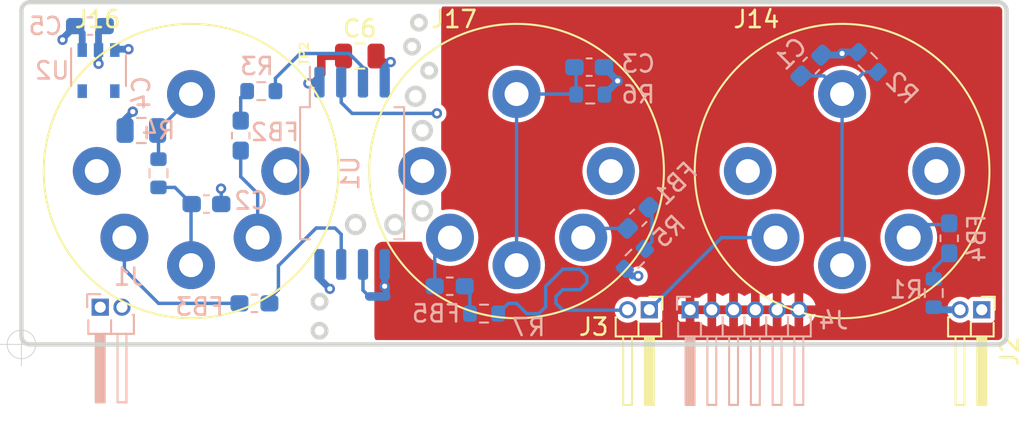
<source format=kicad_pcb>
(kicad_pcb (version 20211014) (generator pcbnew)
  (title_block (title "Ultra-Midi") (rev "A-A"))
  (layers (0 "F.Cu" signal) (1 "In1.Cu" signal) (2 "In2.Cu" signal) (31 "B.Cu" signal) (34 "B.Paste" user) (35 "F.Paste" user) (36 "B.SilkS" user "B.Silkscreen") (37 "F.SilkS" user "F.Silkscreen") (38 "B.Mask" user) (39 "F.Mask" user) (44 "Edge.Cuts" user))
  (net 0 "")
  (net 1 "Net-(C1-Pad1)")
  (net 2 "GND")
  (net 3 "Net-(C2-Pad1)")
  (net 4 "Earth")
  (net 7 "+5V")
  (net 8 "Net-(C3-Pad1)")
  (net 11 "Net-(C4-Pad1)")
  (net 12 "Net-(FB1-Pad1)")
  (net 15 "/CSINKo")
  (net 16 "Net-(FB2-Pad1)")
  (net 17 "Net-(FB2-Pad2)")
  (net 18 "Net-(FB3-Pad2)")
  (net 19 "/CSINKi")
  (net 20 "Net-(FB4-Pad1)")
  (net 21 "/CSRCo")
  (net 22 "Net-(FB4-Pad2)")
  (net 23 "Net-(FB5-Pad2)")
  (net 24 "/MID_RX")
  (net 25 "/CSRCi")
  (net 26 "/MID_TX")
  (net 27 "+5VD")
  (net 28 "Net-(TP1-Pad2)")
  (net 29 "+12V")
  (net 32 "/+5VD_")
  (footprint "Connector_PinHeader_1.27mm:PinHeader_1x02_P1.27mm_Horizontal" (layer "F.Cu") (at 172.05 95.975 -90)
    (fp_text reference "J2" (at 2.4325 -1.635 -90) (layer "F.SilkS"))
    (fp_text value "Conn_01x02")
    (fp_line (start 5.56 -0.26) (end 5.56 0.26) (layer "F.SilkS") (width 0.12))
    (fp_line (start 0.44 1.965) (end 0.44 1.889677) (layer "F.SilkS") (width 0.12))
    (fp_line (start 5.56 0.26) (end 1.56 0.26) (layer "F.SilkS") (width 0.12))
    (fp_line (start 1.56 0.04) (end 5.56 0.04) (layer "F.SilkS") (width 0.12))
    (fp_line (start 1.56 1.965) (end 0.44 1.965) (layer "F.SilkS") (width 0.12))
    (fp_line (start 1.56 -0.26) (end 5.56 -0.26) (layer "F.SilkS") (width 0.12))
    (fp_line (start 5.56 1.53) (end 1.56 1.53) (layer "F.SilkS") (width 0.12))
    (fp_line (start 1.56 -0.695) (end 1.56 1.965) (layer "F.SilkS") (width 0.12))
    (fp_line (start 0.76 0.635) (end 1.56 0.635) (layer "F.SilkS") (width 0.12))
    (fp_line (start 1.56 1.01) (end 5.56 1.01) (layer "F.SilkS") (width 0.12))
    (fp_line (start -0.76 0) (end -0.76 -0.76) (layer "F.SilkS") (width 0.12))
    (fp_line (start 1.56 -0.08) (end 5.56 -0.08) (layer "F.SilkS") (width 0.12))
    (fp_line (start -0.76 -0.76) (end 0 -0.76) (layer "F.SilkS") (width 0.12))
    (fp_line (start 1.56 0.16) (end 5.56 0.16) (layer "F.SilkS") (width 0.12))
    (fp_line (start 0.76 -0.695) (end 1.56 -0.695) (layer "F.SilkS") (width 0.12))
    (fp_line (start 5.56 1.01) (end 5.56 1.53) (layer "F.SilkS") (width 0.12))
    (fp_line (start 1.56 -0.2) (end 5.56 -0.2) (layer "F.SilkS") (width 0.12))
    (pad "1" thru_hole rect (at 0 0 270) (size 1 1) (drill 0.65) (layers *.Cu *.Mask) (net 7 "+5V"))
    (pad "2" thru_hole oval (at 0 1.27 270) (size 1 1) (drill 0.65) (layers *.Cu *.Mask) (net 7 "+5V"))
  )
  (footprint "LRJ:Jack_DIN_CUI_SD-50BV_Vertical" (layer "F.Cu") (at 163.9 87.87)
    (fp_text reference "J14" (at -5 -8.87) (layer "F.SilkS"))
    (fp_text value "CUI_SD-50BV" hide)
    (fp_circle (center 0 0) (end 8.6 0) (layer "F.SilkS") (width 0.12) (fill none))
    (pad "1" thru_hole circle (at 5.5 0) (size 2.8 2.8) (drill 1.4) (layers *.Cu *.Mask))
    (pad "2" thru_hole circle (at 0 5.5) (size 2.8 2.8) (drill 1.4) (layers *.Cu *.Mask) (net 1 "Net-(C1-Pad1)"))
    (pad "3" thru_hole circle (at -5.5 0) (size 2.8 2.8) (drill 1.4) (layers *.Cu *.Mask))
    (pad "4" thru_hole circle (at 3.889087 3.889087) (size 2.8 2.8) (drill 1.4) (layers *.Cu *.Mask) (net 20 "Net-(FB4-Pad1)"))
    (pad "5" thru_hole circle (at -3.889087 3.889087) (size 2.8 2.8) (drill 1.4) (layers *.Cu *.Mask) (net 24 "/MID_RX"))
    (pad "G" thru_hole circle (at 0 -4.5) (size 2.8 2.8) (drill 1.4) (layers *.Cu *.Mask) (net 1 "Net-(C1-Pad1)"))
  )
  (footprint "Capacitor_SMD:C_0805_2012Metric" (layer "F.Cu") (at 135.75 81.15)
    (fp_text reference "C6" (at 0 -1.6) (layer "F.SilkS"))
    (fp_text value "C_CL21B103KBANNNC" hide)
    (fp_line (start -0.261252 -0.735) (end 0.261252 -0.735) (layer "F.SilkS") (width 0.12))
    (fp_line (start -0.261252 0.735) (end 0.261252 0.735) (layer "F.SilkS") (width 0.12))
    (pad "1" smd roundrect (at -0.95 0) (size 1 1.45) (layers "F.Cu" "F.Paste" "F.Mask") (net 27 "+5VD"))
    (pad "2" smd roundrect (at 0.95 0) (size 1 1.45) (layers "F.Cu" "F.Paste" "F.Mask") (net 4 "Earth"))
  )
  (footprint "LRJ:Jack_DIN_CUI_SD-50BV_Vertical" (layer "F.Cu") (at 125.9 87.87)
    (fp_text reference "J16" (at -5.45 -8.87) (layer "F.SilkS"))
    (fp_text value "CUI_SD-50BV" hide)
    (fp_circle (center 0 0) (end 8.6 0) (layer "F.SilkS") (width 0.12) (fill none))
    (pad "1" thru_hole circle (at 5.5 0) (size 2.8 2.8) (drill 1.4) (layers *.Cu *.Mask))
    (pad "2" thru_hole circle (at 0 5.5) (size 2.8 2.8) (drill 1.4) (layers *.Cu *.Mask) (net 3 "Net-(C2-Pad1)"))
    (pad "3" thru_hole circle (at -5.5 0) (size 2.8 2.8) (drill 1.4) (layers *.Cu *.Mask))
    (pad "4" thru_hole circle (at 3.889087 3.889087) (size 2.8 2.8) (drill 1.4) (layers *.Cu *.Mask) (net 16 "Net-(FB2-Pad1)"))
    (pad "5" thru_hole circle (at -3.889087 3.889087) (size 2.8 2.8) (drill 1.4) (layers *.Cu *.Mask) (net 18 "Net-(FB3-Pad2)"))
    (pad "G" thru_hole circle (at 0 -4.5) (size 2.8 2.8) (drill 1.4) (layers *.Cu *.Mask) (net 11 "Net-(C4-Pad1)"))
  )
  (footprint "NetTie:NetTie-2_SMD_Pad0.5mm" (layer "F.Cu") (at 133.501903 81.68033 90)
    (fp_text reference "TP2" (at 0.68033 -1 90) (layer "F.SilkS") (effects (font (size 0.5 0.5) (thickness 0.1))))
    (fp_text value "TestPoint_2Pole" hide)
    (fp_poly (pts (xy -0.5 -0.25) (xy 0.5 -0.25) (xy 0.5 0.25) (xy -0.5 0.25)) (layer "F.Cu") (width 0) (fill solid))
    (pad "1" smd circle (at -0.5 0 90) (size 0.5 0.5) (layers "F.Cu") (net 32 "/+5VD_"))
    (pad "2" smd circle (at 0.5 0 90) (size 0.5 0.5) (layers "F.Cu") (net 27 "+5VD"))
  )
  (footprint "Connector_PinHeader_1.27mm:PinHeader_1x02_P1.27mm_Horizontal" (layer "F.Cu") (at 152.65 95.975 -90)
    (fp_text reference "J3" (at 1 3.25) (layer "F.SilkS"))
    (fp_text value "Conn_01x02" hide)
    (fp_line (start 1.56 1.965) (end 0.44 1.965) (layer "F.SilkS") (width 0.12))
    (fp_line (start 5.56 0.26) (end 1.56 0.26) (layer "F.SilkS") (width 0.12))
    (fp_line (start -0.76 -0.76) (end 0 -0.76) (layer "F.SilkS") (width 0.12))
    (fp_line (start 0.76 -0.695) (end 1.56 -0.695) (layer "F.SilkS") (width 0.12))
    (fp_line (start 5.56 1.53) (end 1.56 1.53) (layer "F.SilkS") (width 0.12))
    (fp_line (start 1.56 -0.2) (end 5.56 -0.2) (layer "F.SilkS") (width 0.12))
    (fp_line (start 0.76 0.635) (end 1.56 0.635) (layer "F.SilkS") (width 0.12))
    (fp_line (start -0.76 0) (end -0.76 -0.76) (layer "F.SilkS") (width 0.12))
    (fp_line (start 1.56 -0.08) (end 5.56 -0.08) (layer "F.SilkS") (width 0.12))
    (fp_line (start 5.56 -0.26) (end 5.56 0.26) (layer "F.SilkS") (width 0.12))
    (fp_line (start 1.56 -0.695) (end 1.56 1.965) (layer "F.SilkS") (width 0.12))
    (fp_line (start 1.56 -0.26) (end 5.56 -0.26) (layer "F.SilkS") (width 0.12))
    (fp_line (start 1.56 0.16) (end 5.56 0.16) (layer "F.SilkS") (width 0.12))
    (fp_line (start 5.56 1.01) (end 5.56 1.53) (layer "F.SilkS") (width 0.12))
    (fp_line (start 0.44 1.965) (end 0.44 1.889677) (layer "F.SilkS") (width 0.12))
    (fp_line (start 1.56 1.01) (end 5.56 1.01) (layer "F.SilkS") (width 0.12))
    (fp_line (start 1.56 0.04) (end 5.56 0.04) (layer "F.SilkS") (width 0.12))
    (pad "1" thru_hole rect (at 0 0 270) (size 1 1) (drill 0.65) (layers *.Cu *.Mask) (net 24 "/MID_RX"))
    (pad "2" thru_hole oval (at 0 1.27 270) (size 1 1) (drill 0.65) (layers *.Cu *.Mask) (net 26 "/MID_TX"))
  )
  (footprint "LRJ:Jack_DIN_CUI_SD-50BV_Vertical" (layer "F.Cu") (at 144.9 87.87)
    (fp_text reference "J17" (at -3.65 -8.87) (layer "F.SilkS"))
    (fp_text value "CUI_SD-50BV" hide)
    (fp_circle (center 0 0) (end 8.6 0) (layer "F.SilkS") (width 0.12) (fill none))
    (pad "1" thru_hole circle (at 5.5 0) (size 2.8 2.8) (drill 1.4) (layers *.Cu *.Mask))
    (pad "2" thru_hole circle (at 0 5.5) (size 2.8 2.8) (drill 1.4) (layers *.Cu *.Mask) (net 8 "Net-(C3-Pad1)"))
    (pad "3" thru_hole circle (at -5.5 0) (size 2.8 2.8) (drill 1.4) (layers *.Cu *.Mask))
    (pad "4" thru_hole circle (at 3.889087 3.889087) (size 2.8 2.8) (drill 1.4) (layers *.Cu *.Mask) (net 12 "Net-(FB1-Pad1)"))
    (pad "5" thru_hole circle (at -3.889087 3.889087) (size 2.8 2.8) (drill 1.4) (layers *.Cu *.Mask) (net 23 "Net-(FB5-Pad2)"))
    (pad "G" thru_hole circle (at 0 -4.5) (size 2.8 2.8) (drill 1.4) (layers *.Cu *.Mask) (net 8 "Net-(C3-Pad1)"))
  )
  (footprint "Inductor_SMD:L_0603_1608Metric_Pad1.05x0.95mm_HandSolder" (layer "B.Cu") (at 129.6 95.6 180)
    (fp_text reference "FB3" (at 3.2 -0.2) (layer "B.SilkS") (effects (justify mirror)))
    (fp_text value "L_ferrite_BLM18KG102SZ1D" hide)
    (fp_line (start -0.171267 0.51) (end 0.171267 0.51) (layer "B.SilkS") (width 0.12))
    (fp_line (start -0.171267 -0.51) (end 0.171267 -0.51) (layer "B.SilkS") (width 0.12))
    (pad "1" smd roundrect (at -0.875 0 180) (size 1.05 0.95) (layers "B.Cu" "B.Paste" "B.Mask") (net 19 "/CSINKi"))
    (pad "2" smd roundrect (at 0.875 0 180) (size 1.05 0.95) (layers "B.Cu" "B.Paste" "B.Mask") (net 18 "Net-(FB3-Pad2)"))
  )
  (footprint "Capacitor_SMD:C_0603_1608Metric_Pad1.08x0.95mm_HandSolder" (layer "B.Cu") (at 120 79.4)
    (fp_text reference "C5" (at -2.6 0) (layer "B.SilkS") (effects (justify mirror)))
    (fp_text value "C_CL10B104KB8NNNL" hide)
    (fp_line (start -0.146267 0.51) (end 0.146267 0.51) (layer "B.SilkS") (width 0.12))
    (fp_line (start -0.146267 -0.51) (end 0.146267 -0.51) (layer "B.SilkS") (width 0.12))
    (pad "1" smd roundrect (at -0.8625 0) (size 1.075 0.95) (layers "B.Cu" "B.Paste" "B.Mask") (net 29 "+12V"))
    (pad "2" smd roundrect (at 0.8625 0) (size 1.075 0.95) (layers "B.Cu" "B.Paste" "B.Mask") (net 4 "Earth"))
  )
  (footprint "Resistor_SMD:R_0603_1608Metric" (layer "B.Cu") (at 151.8 93 45)
    (fp_text reference "R5" (at 2.545584 0.282843 45) (layer "B.SilkS") (effects (justify mirror)))
    (fp_text value "R_CRGP0603F220R" hide)
    (fp_line (start -0.237258 0.5225) (end 0.237258 0.5225) (layer "B.SilkS") (width 0.12))
    (fp_line (start -0.237258 -0.5225) (end 0.237258 -0.5225) (layer "B.SilkS") (width 0.12))
    (pad "1" smd roundrect (at -0.825 0 45) (size 0.8 0.95) (layers "B.Cu" "B.Paste" "B.Mask") (net 7 "+5V"))
    (pad "2" smd roundrect (at 0.825 0 45) (size 0.8 0.95) (layers "B.Cu" "B.Paste" "B.Mask") (net 15 "/CSINKo"))
  )
  (footprint "Connector_PinHeader_1.27mm:PinHeader_1x06_P1.27mm_Horizontal" (layer "B.Cu") (at 155.025 95.975 -90)
    (fp_text reference "J4" (at 0.625 -8.375) (layer "B.SilkS") (effects (justify mirror)))
    (fp_text value "Conn_01x06" hide)
    (fp_line (start 5.56 -4.82) (end 5.56 -5.34) (layer "B.SilkS") (width 0.12))
    (fp_line (start 5.56 -2.8) (end 1.56 -2.8) (layer "B.SilkS") (width 0.12))
    (fp_line (start 5.56 0.26) (end 5.56 -0.26) (layer "B.SilkS") (width 0.12))
    (fp_line (start 1.56 -4.82) (end 5.56 -4.82) (layer "B.SilkS") (width 0.12))
    (fp_line (start 5.56 -0.26) (end 1.56 -0.26) (layer "B.SilkS") (width 0.12))
    (fp_line (start 0.44 -3.159677) (end 0.44 -3.190323) (layer "B.SilkS") (width 0.12))
    (fp_line (start 5.56 -5.34) (end 1.56 -5.34) (layer "B.SilkS") (width 0.12))
    (fp_line (start 0.44 -1.905) (end 1.56 -1.905) (layer "B.SilkS") (width 0.12))
    (fp_line (start 5.56 -2.28) (end 5.56 -2.8) (layer "B.SilkS") (width 0.12))
    (fp_line (start 0.44 -5.699677) (end 0.44 -5.730323) (layer "B.SilkS") (width 0.12))
    (fp_line (start 1.56 0.08) (end 5.56 0.08) (layer "B.SilkS") (width 0.12))
    (fp_line (start 0.44 -3.175) (end 1.56 -3.175) (layer "B.SilkS") (width 0.12))
    (fp_line (start 0.44 -4.445) (end 1.56 -4.445) (layer "B.SilkS") (width 0.12))
    (fp_line (start 5.56 -6.61) (end 1.56 -6.61) (layer "B.SilkS") (width 0.12))
    (fp_line (start 1.56 -2.28) (end 5.56 -2.28) (layer "B.SilkS") (width 0.12))
    (fp_line (start 5.56 -1.53) (end 1.56 -1.53) (layer "B.SilkS") (width 0.12))
    (fp_line (start -0.76 0) (end -0.76 0.76) (layer "B.SilkS") (width 0.12))
    (fp_line (start 0.44 -5.715) (end 1.56 -5.715) (layer "B.SilkS") (width 0.12))
    (fp_line (start 0.44 -4.429677) (end 0.44 -4.460323) (layer "B.SilkS") (width 0.12))
    (fp_line (start 1.56 -6.09) (end 5.56 -6.09) (layer "B.SilkS") (width 0.12))
    (fp_line (start 1.56 -7.045) (end 0.44 -7.045) (layer "B.SilkS") (width 0.12))
    (fp_line (start 1.56 -3.55) (end 5.56 -3.55) (layer "B.SilkS") (width 0.12))
    (fp_line (start 1.56 -0.04) (end 5.56 -0.04) (layer "B.SilkS") (width 0.12))
    (fp_line (start 0.44 -7.045) (end 0.44 -6.969677) (layer "B.SilkS") (width 0.12))
    (fp_line (start 0.44 -1.889677) (end 0.44 -1.920323) (layer "B.SilkS") (width 0.12))
    (fp_line (start 1.56 -1.01) (end 5.56 -1.01) (layer "B.SilkS") (width 0.12))
    (fp_line (start 5.56 -6.09) (end 5.56 -6.61) (layer "B.SilkS") (width 0.12))
    (fp_line (start 0.76 -0.635) (end 1.56 -0.635) (layer "B.SilkS") (width 0.12))
    (fp_line (start 5.56 -3.55) (end 5.56 -4.07) (layer "B.SilkS") (width 0.12))
    (fp_line (start 1.56 -0.16) (end 5.56 -0.16) (layer "B.SilkS") (width 0.12))
    (fp_line (start 1.56 0.2) (end 5.56 0.2) (layer "B.SilkS") (width 0.12))
    (fp_line (start 1.56 0.26) (end 5.56 0.26) (layer "B.SilkS") (width 0.12))
    (fp_line (start 0.76 0.695) (end 1.56 0.695) (layer "B.SilkS") (width 0.12))
    (fp_line (start -0.76 0.76) (end 0 0.76) (layer "B.SilkS") (width 0.12))
    (fp_line (start 5.56 -1.01) (end 5.56 -1.53) (layer "B.SilkS") (width 0.12))
    (fp_line (start 1.56 0.695) (end 1.56 -7.045) (layer "B.SilkS") (width 0.12))
    (fp_line (start 5.56 -4.07) (end 1.56 -4.07) (layer "B.SilkS") (width 0.12))
    (pad "1" thru_hole rect (at 0 0 270) (size 1 1) (drill 0.65) (layers *.Cu *.Mask) (net 2 "GND") (thermal_gap 0.2))
    (pad "2" thru_hole oval (at 0 -1.27 270) (size 1 1) (drill 0.65) (layers *.Cu *.Mask) (net 2 "GND"))
    (pad "3" thru_hole oval (at 0 -2.54 270) (size 1 1) (drill 0.65) (layers *.Cu *.Mask) (net 2 "GND"))
    (pad "4" thru_hole oval (at 0 -3.81 270) (size 1 1) (drill 0.65) (layers *.Cu *.Mask) (net 2 "GND"))
    (pad "5" thru_hole oval (at 0 -5.08 270) (size 1 1) (drill 0.65) (layers *.Cu *.Mask) (net 2 "GND"))
    (pad "6" thru_hole oval (at 0 -6.35 270) (size 1 1) (drill 0.65) (layers *.Cu *.Mask) (net 2 "GND"))
  )
  (footprint "Inductor_SMD:L_0603_1608Metric_Pad1.05x0.95mm_HandSolder" (layer "B.Cu") (at 152 90.6 45)
    (fp_text reference "FB1" (at 2.969848 0.141421 45) (layer "B.SilkS") (effects (justify mirror)))
    (fp_text value "L_ferrite_BLM18KG102SZ1D" hide)
    (fp_line (start -0.171267 -0.51) (end 0.171267 -0.51) (layer "B.SilkS") (width 0.12))
    (fp_line (start -0.171267 0.51) (end 0.171267 0.51) (layer "B.SilkS") (width 0.12))
    (pad "1" smd roundrect (at -0.875 0 45) (size 1.05 0.95) (layers "B.Cu" "B.Paste" "B.Mask") (net 12 "Net-(FB1-Pad1)"))
    (pad "2" smd roundrect (at 0.875 0 45) (size 1.05 0.95) (layers "B.Cu" "B.Paste" "B.Mask") (net 15 "/CSINKo"))
  )
  (footprint "Package_SO:SOIC-8_7.5x5.85mm_P1.27mm" (layer "B.Cu") (at 135.3 88 -90)
    (fp_text reference "U1" (at 0 0.1 90) (layer "B.SilkS") (effects (justify mirror)))
    (fp_text value "ADuM226" hide)
    (fp_line (start 0 -3.035) (end -3.86 -3.035) (layer "B.SilkS") (width 0.12))
    (fp_line (start -3.86 2.465) (end -6.225 2.465) (layer "B.SilkS") (width 0.12))
    (fp_line (start 0 -3.035) (end 3.86 -3.035) (layer "B.SilkS") (width 0.12))
    (fp_line (start 3.86 -3.035) (end 3.86 -2.465) (layer "B.SilkS") (width 0.12))
    (fp_line (start 3.86 3.035) (end 3.86 2.465) (layer "B.SilkS") (width 0.12))
    (fp_line (start -3.86 -3.035) (end -3.86 -2.465) (layer "B.SilkS") (width 0.12))
    (fp_line (start 0 3.035) (end 3.86 3.035) (layer "B.SilkS") (width 0.12))
    (fp_line (start -3.86 3.035) (end -3.86 2.465) (layer "B.SilkS") (width 0.12))
    (fp_line (start 0 3.035) (end -3.86 3.035) (layer "B.SilkS") (width 0.12))
    (pad "1" smd roundrect (at -5.325 1.905 270) (size 1.8 0.6) (layers "B.Cu" "B.Paste" "B.Mask") (net 32 "/+5VD_"))
    (pad "2" smd roundrect (at -5.325 0.635 270) (size 1.8 0.6) (layers "B.Cu" "B.Paste" "B.Mask") (net 24 "/MID_RX"))
    (pad "3" smd roundrect (at -5.325 -0.635 270) (size 1.8 0.6) (layers "B.Cu" "B.Paste" "B.Mask") (net 25 "/CSRCi"))
    (pad "4" smd roundrect (at -5.325 -1.905 270) (size 1.8 0.6) (layers "B.Cu" "B.Paste" "B.Mask") (net 4 "Earth"))
    (pad "5" smd roundrect (at 5.325 -1.905 270) (size 1.8 0.6) (layers "B.Cu" "B.Paste" "B.Mask") (net 2 "GND"))
    (pad "6" smd roundrect (at 5.325 -0.635 270) (size 1.8 0.6) (layers "B.Cu" "B.Paste" "B.Mask") (net 28 "Net-(TP1-Pad2)"))
    (pad "7" smd roundrect (at 5.325 0.635 270) (size 1.8 0.6) (layers "B.Cu" "B.Paste" "B.Mask") (net 19 "/CSINKi"))
    (pad "8" smd roundrect (at 5.325 1.905 270) (size 1.8 0.6) (layers "B.Cu" "B.Paste" "B.Mask") (net 7 "+5V"))
  )
  (footprint "NetTie:NetTie-2_SMD_Pad0.5mm" (layer "B.Cu") (at 136.8 95.2 180)
    (fp_text reference "TP1" hide)
    (fp_text value "TestPoint_2Pole" hide)
    (fp_poly (pts (xy -0.5 0.25) (xy 0.5 0.25) (xy 0.5 -0.25) (xy -0.5 -0.25)) (layer "B.Cu") (width 0) (fill solid))
    (pad "1" smd circle (at -0.5 0 180) (size 0.5 0.5) (layers "B.Cu") (net 2 "GND"))
    (pad "2" smd circle (at 0.5 0 180) (size 0.5 0.5) (layers "B.Cu") (net 28 "Net-(TP1-Pad2)"))
  )
  (footprint "LRJ:DIODES_SOT-753_SC-74A" (layer "B.Cu") (at 120.5 82 -90)
    (fp_text reference "U2" (at 0 2.7 180) (layer "B.SilkS") (effects (justify mirror)))
    (fp_text value "AP7370" hide)
    (fp_line (start 0.9 1.6) (end -1.3 1.6) (layer "B.SilkS") (width 0.12))
    (fp_line (start 0.9 -1.6) (end -0.9 -1.6) (layer "B.SilkS") (width 0.12))
    (pad "1" smd rect (at -1.2 0.95 270) (size 0.8 0.55) (layers "B.Cu" "B.Paste" "B.Mask") (net 29 "+12V"))
    (pad "2" smd rect (at -1.2 0 180) (size 0.55 0.8) (layers "B.Cu" "B.Paste" "B.Mask") (net 4 "Earth"))
    (pad "3" smd rect (at -1.2 -0.95 180) (size 0.55 0.8) (layers "B.Cu" "B.Paste" "B.Mask") (net 32 "/+5VD_"))
    (pad "4" smd rect (at 1.2 -0.95 180) (size 0.55 0.8) (layers "B.Cu" "B.Paste" "B.Mask"))
    (pad "5" smd rect (at 1.2 0.95 180) (size 0.55 0.8) (layers "B.Cu" "B.Paste" "B.Mask"))
  )
  (footprint "Resistor_SMD:R_0603_1608Metric" (layer "B.Cu") (at 124 88 90)
    (fp_text reference "R4" (at 2.5 0 180) (layer "B.SilkS") (effects (justify mirror)))
    (fp_text value "R_ERJ-3GEYJ105V" hide)
    (fp_line (start -0.237258 0.5225) (end 0.237258 0.5225) (layer "B.SilkS") (width 0.12))
    (fp_line (start -0.237258 -0.5225) (end 0.237258 -0.5225) (layer "B.SilkS") (width 0.12))
    (pad "1" smd roundrect (at -0.825 0 90) (size 0.8 0.95) (layers "B.Cu" "B.Paste" "B.Mask") (net 3 "Net-(C2-Pad1)"))
    (pad "2" smd roundrect (at 0.825 0 90) (size 0.8 0.95) (layers "B.Cu" "B.Paste" "B.Mask") (net 11 "Net-(C4-Pad1)"))
  )
  (footprint "Capacitor_SMD:C_0603_1608Metric_Pad1.08x0.95mm_HandSolder" (layer "B.Cu") (at 126.8 89.8)
    (fp_text reference "C2" (at 2.6 -0.2) (layer "B.SilkS") (effects (justify mirror)))
    (fp_text value "C_CL10B104KB8NNNL" hide)
    (fp_line (start -0.146267 0.51) (end 0.146267 0.51) (layer "B.SilkS") (width 0.12))
    (fp_line (start -0.146267 -0.51) (end 0.146267 -0.51) (layer "B.SilkS") (width 0.12))
    (pad "1" smd roundrect (at -0.8625 0) (size 1.075 0.95) (layers "B.Cu" "B.Paste" "B.Mask") (net 3 "Net-(C2-Pad1)"))
    (pad "2" smd roundrect (at 0.8625 0) (size 1.075 0.95) (layers "B.Cu" "B.Paste" "B.Mask") (net 4 "Earth"))
  )
  (footprint "Capacitor_SMD:C_0805_2012Metric" (layer "B.Cu") (at 123 85.5 180)
    (fp_text reference "C4" (at 0 2.2 90) (layer "B.SilkS") (effects (justify mirror)))
    (fp_text value "C_CL21B103KBANNNC" hide)
    (fp_line (start -0.261252 0.735) (end 0.261252 0.735) (layer "B.SilkS") (width 0.12))
    (fp_line (start -0.261252 -0.735) (end 0.261252 -0.735) (layer "B.SilkS") (width 0.12))
    (pad "1" smd roundrect (at -0.95 0 180) (size 1 1.45) (layers "B.Cu" "B.Paste" "B.Mask") (net 11 "Net-(C4-Pad1)"))
    (pad "2" smd roundrect (at 0.95 0 180) (size 1 1.45) (layers "B.Cu" "B.Paste" "B.Mask") (net 4 "Earth"))
  )
  (footprint "Resistor_SMD:R_0603_1608Metric" (layer "B.Cu") (at 165.4 81.5 -45)
    (fp_text reference "R2" (at 2.474874 -0.353553 135) (layer "B.SilkS") (effects (justify mirror)))
    (fp_text value "R_ERJ-3GEYJ105V" hide)
    (fp_line (start -0.237258 0.5225) (end 0.237258 0.5225) (layer "B.SilkS") (width 0.12))
    (fp_line (start -0.237258 -0.5225) (end 0.237258 -0.5225) (layer "B.SilkS") (width 0.12))
    (pad "1" smd roundrect (at -0.825 0 315) (size 0.8 0.95) (layers "B.Cu" "B.Paste" "B.Mask") (net 2 "GND"))
    (pad "2" smd roundrect (at 0.825 0 315) (size 0.8 0.95) (layers "B.Cu" "B.Paste" "B.Mask") (net 1 "Net-(C1-Pad1)"))
  )
  (footprint "Inductor_SMD:L_0603_1608Metric_Pad1.05x0.95mm_HandSolder" (layer "B.Cu") (at 128.8 85.8 90)
    (fp_text reference "FB2" (at 0.2 2 180) (layer "B.SilkS") (effects (justify mirror)))
    (fp_text value "L_ferrite_BLM18KG102SZ1D" hide)
    (fp_line (start -0.171267 -0.51) (end 0.171267 -0.51) (layer "B.SilkS") (width 0.12))
    (fp_line (start -0.171267 0.51) (end 0.171267 0.51) (layer "B.SilkS") (width 0.12))
    (pad "1" smd roundrect (at -0.875 0 90) (size 1.05 0.95) (layers "B.Cu" "B.Paste" "B.Mask") (net 16 "Net-(FB2-Pad1)"))
    (pad "2" smd roundrect (at 0.875 0 90) (size 1.05 0.95) (layers "B.Cu" "B.Paste" "B.Mask") (net 17 "Net-(FB2-Pad2)"))
  )
  (footprint "Capacitor_SMD:C_0603_1608Metric_Pad1.08x0.95mm_HandSolder" (layer "B.Cu") (at 162.1 81.7 45)
    (fp_text reference "C1" (at -0.353553 -1.343503 45) (layer "B.SilkS") (effects (justify mirror)))
    (fp_text value "C_CL10B104KB8NNNL" hide)
    (fp_line (start -0.146267 0.51) (end 0.146267 0.51) (layer "B.SilkS") (width 0.12))
    (fp_line (start -0.146267 -0.51) (end 0.146267 -0.51) (layer "B.SilkS") (width 0.12))
    (pad "1" smd roundrect (at -0.8625 0 45) (size 1.075 0.95) (layers "B.Cu" "B.Paste" "B.Mask") (net 1 "Net-(C1-Pad1)"))
    (pad "2" smd roundrect (at 0.8625 0 45) (size 1.075 0.95) (layers "B.Cu" "B.Paste" "B.Mask") (net 2 "GND"))
  )
  (footprint "Resistor_SMD:R_0603_1608Metric" (layer "B.Cu") (at 143 96.2 180)
    (fp_text reference "R7" (at -2.6 -0.8 180) (layer "B.SilkS") (effects (justify mirror)))
    (fp_text value "R_CRGP0603F220R" hide)
    (fp_line (start -0.237258 -0.5225) (end 0.237258 -0.5225) (layer "B.SilkS") (width 0.12))
    (fp_line (start -0.237258 0.5225) (end 0.237258 0.5225) (layer "B.SilkS") (width 0.12))
    (pad "1" smd roundrect (at -0.825 0 180) (size 0.8 0.95) (layers "B.Cu" "B.Paste" "B.Mask") (net 26 "/MID_TX"))
    (pad "2" smd roundrect (at 0.825 0 180) (size 0.8 0.95) (layers "B.Cu" "B.Paste" "B.Mask") (net 21 "/CSRCo"))
  )
  (footprint "Inductor_SMD:L_0603_1608Metric_Pad1.05x0.95mm_HandSolder" (layer "B.Cu") (at 170.15 91.8 -90)
    (fp_text reference "FB4" (at 0 -1.6 90) (layer "B.SilkS") (effects (justify mirror)))
    (fp_text value "L_ferrite_BLM18KG102SZ1D" hide)
    (fp_line (start -0.171267 -0.51) (end 0.171267 -0.51) (layer "B.SilkS") (width 0.12))
    (fp_line (start -0.171267 0.51) (end 0.171267 0.51) (layer "B.SilkS") (width 0.12))
    (pad "1" smd roundrect (at -0.875 0 270) (size 1.05 0.95) (layers "B.Cu" "B.Paste" "B.Mask") (net 20 "Net-(FB4-Pad1)"))
    (pad "2" smd roundrect (at 0.875 0 270) (size 1.05 0.95) (layers "B.Cu" "B.Paste" "B.Mask") (net 22 "Net-(FB4-Pad2)"))
  )
  (footprint "Inductor_SMD:L_0603_1608Metric_Pad1.05x0.95mm_HandSolder" (layer "B.Cu") (at 141 94.6 180)
    (fp_text reference "FB5" (at 0.8 -1.6) (layer "B.SilkS") (effects (justify mirror)))
    (fp_text value "L_ferrite_BLM18KG102SZ1D" hide)
    (fp_line (start -0.171267 0.51) (end 0.171267 0.51) (layer "B.SilkS") (width 0.12))
    (fp_line (start -0.171267 -0.51) (end 0.171267 -0.51) (layer "B.SilkS") (width 0.12))
    (pad "1" smd roundrect (at -0.875 0 180) (size 1.05 0.95) (layers "B.Cu" "B.Paste" "B.Mask") (net 21 "/CSRCo"))
    (pad "2" smd roundrect (at 0.875 0 180) (size 1.05 0.95) (layers "B.Cu" "B.Paste" "B.Mask") (net 23 "Net-(FB5-Pad2)"))
  )
  (footprint "Connector_PinHeader_1.27mm:PinHeader_1x02_P1.27mm_Horizontal" (layer "B.Cu") (at 120.6 95.825 -90)
    (fp_text reference "J1" (at -1.775 -1.65) (layer "B.SilkS") (effects (justify mirror)))
    (fp_text value "Conn_01x02" hide)
    (fp_line (start 5.56 0.26) (end 5.56 -0.26) (layer "B.SilkS") (width 0.12))
    (fp_line (start 1.56 -0.04) (end 5.56 -0.04) (layer "B.SilkS") (width 0.12))
    (fp_line (start 1.56 -1.01) (end 5.56 -1.01) (layer "B.SilkS") (width 0.12))
    (fp_line (start 1.56 0.26) (end 5.56 0.26) (layer "B.SilkS") (width 0.12))
    (fp_line (start 1.56 0.2) (end 5.56 0.2) (layer "B.SilkS") (width 0.12))
    (fp_line (start 0.44 -1.965) (end 0.44 -1.889677) (layer "B.SilkS") (width 0.12))
    (fp_line (start 1.56 -0.16) (end 5.56 -0.16) (layer "B.SilkS") (width 0.12))
    (fp_line (start 1.56 0.08) (end 5.56 0.08) (layer "B.SilkS") (width 0.12))
    (fp_line (start 5.56 -1.01) (end 5.56 -1.53) (layer "B.SilkS") (width 0.12))
    (fp_line (start -0.76 0) (end -0.76 0.76) (layer "B.SilkS") (width 0.12))
    (fp_line (start -0.76 0.76) (end 0 0.76) (layer "B.SilkS") (width 0.12))
    (fp_line (start 1.56 -1.965) (end 0.44 -1.965) (layer "B.SilkS") (width 0.12))
    (fp_line (start 1.56 0.695) (end 1.56 -1.965) (layer "B.SilkS") (width 0.12))
    (fp_line (start 5.56 -0.26) (end 1.56 -0.26) (layer "B.SilkS") (width 0.12))
    (fp_line (start 5.56 -1.53) (end 1.56 -1.53) (layer "B.SilkS") (width 0.12))
    (fp_line (start 0.76 -0.635) (end 1.56 -0.635) (layer "B.SilkS") (width 0.12))
    (fp_line (start 0.76 0.695) (end 1.56 0.695) (layer "B.SilkS") (width 0.12))
    (pad "1" thru_hole rect (at 0 0 270) (size 1 1) (drill 0.65) (layers *.Cu *.Mask) (net 29 "+12V"))
    (pad "2" thru_hole oval (at 0 -1.27 270) (size 1 1) (drill 0.65) (layers *.Cu *.Mask) (net 29 "+12V"))
  )
  (footprint "Resistor_SMD:R_0603_1608Metric" (layer "B.Cu") (at 130 83.2 180)
    (fp_text reference "R3" (at 0.25 1.45) (layer "B.SilkS") (effects (justify mirror)))
    (fp_text value "R_CRGP0603F220R" hide)
    (fp_line (start -0.237258 -0.5225) (end 0.237258 -0.5225) (layer "B.SilkS") (width 0.12))
    (fp_line (start -0.237258 0.5225) (end 0.237258 0.5225) (layer "B.SilkS") (width 0.12))
    (pad "1" smd roundrect (at -0.825 0 180) (size 0.8 0.95) (layers "B.Cu" "B.Paste" "B.Mask") (net 25 "/CSRCi"))
    (pad "2" smd roundrect (at 0.825 0 180) (size 0.8 0.95) (layers "B.Cu" "B.Paste" "B.Mask") (net 17 "Net-(FB2-Pad2)"))
  )
  (footprint "Resistor_SMD:R_0603_1608Metric" (layer "B.Cu") (at 149.2 83.4 180)
    (fp_text reference "R6" (at -2.8 0) (layer "B.SilkS") (effects (justify mirror)))
    (fp_text value "R_ERJ-3GEYJ105V" hide)
    (fp_line (start -0.237258 -0.5225) (end 0.237258 -0.5225) (layer "B.SilkS") (width 0.12))
    (fp_line (start -0.237258 0.5225) (end 0.237258 0.5225) (layer "B.SilkS") (width 0.12))
    (pad "1" smd roundrect (at -0.825 0 180) (size 0.8 0.95) (layers "B.Cu" "B.Paste" "B.Mask") (net 2 "GND"))
    (pad "2" smd roundrect (at 0.825 0 180) (size 0.8 0.95) (layers "B.Cu" "B.Paste" "B.Mask") (net 8 "Net-(C3-Pad1)"))
  )
  (footprint "Resistor_SMD:R_0603_1608Metric" (layer "B.Cu") (at 169.25 95 90)
    (fp_text reference "R1" (at 0.2 -1.6 180) (layer "B.SilkS") (effects (justify mirror)))
    (fp_text value "R_CRGP0603F220R" hide)
    (fp_line (start -0.237258 -0.5225) (end 0.237258 -0.5225) (layer "B.SilkS") (width 0.12))
    (fp_line (start -0.237258 0.5225) (end 0.237258 0.5225) (layer "B.SilkS") (width 0.12))
    (pad "1" smd roundrect (at -0.825 0 90) (size 0.8 0.95) (layers "B.Cu" "B.Paste" "B.Mask") (net 7 "+5V"))
    (pad "2" smd roundrect (at 0.825 0 90) (size 0.8 0.95) (layers "B.Cu" "B.Paste" "B.Mask") (net 22 "Net-(FB4-Pad2)"))
  )
  (footprint "Capacitor_SMD:C_0603_1608Metric_Pad1.08x0.95mm_HandSolder" (layer "B.Cu") (at 149.1375 81.8)
    (fp_text reference "C3" (at 2.8625 -0.2) (layer "B.SilkS") (effects (justify mirror)))
    (fp_text value "C_CL10B104KB8NNNL" hide)
    (fp_line (start -0.146267 -0.51) (end 0.146267 -0.51) (layer "B.SilkS") (width 0.12))
    (fp_line (start -0.146267 0.51) (end 0.146267 0.51) (layer "B.SilkS") (width 0.12))
    (pad "1" smd roundrect (at -0.8625 0) (size 1.075 0.95) (layers "B.Cu" "B.Paste" "B.Mask") (net 8 "Net-(C3-Pad1)"))
    (pad "2" smd roundrect (at 0.8625 0) (size 1.075 0.95) (layers "B.Cu" "B.Paste" "B.Mask") (net 2 "GND"))
  )
  (gr_circle (center 135.5 91) (end 135.5 91.5) (layer "Edge.Cuts") (width 0.25) (fill none))
  (gr_circle (center 133.4 95.5) (end 133.8 95.5) (layer "Edge.Cuts") (width 0.25) (fill none))
  (gr_arc (start 173.5 97.5) (mid 173.353553 97.853553) (end 173 98) (layer "Edge.Cuts") (width 0.25))
  (gr_circle (center 139.4 90.2) (end 139.4 90.7) (layer "Edge.Cuts") (width 0.25) (fill none))
  (gr_arc (start 116 78.5) (mid 116.146447 78.146447) (end 116.5 78) (layer "Edge.Cuts") (width 0.25))
  (gr_circle (center 139.2 79.2) (end 139.6 79.2) (layer "Edge.Cuts") (width 0.25) (fill none))
  (gr_arc (start 116.5 98) (mid 116.146447 97.853553) (end 116 97.5) (layer "Edge.Cuts") (width 0.25))
  (gr_circle (center 138.8 80.6) (end 139.2 80.6) (layer "Edge.Cuts") (width 0.25) (fill none))
  (gr_circle (center 139 83.5) (end 139 84) (layer "Edge.Cuts") (width 0.25) (fill none))
  (gr_circle (center 139.4 85.5) (end 139.4 86) (layer "Edge.Cuts") (width 0.25) (fill none))
  (gr_line (start 173 78) (end 116.5 78) (layer "Edge.Cuts") (width 0.25))
  (gr_circle (center 133.4 97.2) (end 133.8 97.2) (layer "Edge.Cuts") (width 0.25) (fill none))
  (gr_line (start 116 78.5) (end 116 97.5) (layer "Edge.Cuts") (width 0.25))
  (gr_line (start 173.5 97.5) (end 173.5 78.5) (layer "Edge.Cuts") (width 0.25))
  (gr_circle (center 139.8 82) (end 140.2 82) (layer "Edge.Cuts") (width 0.25) (fill none))
  (gr_circle (center 137.8 91) (end 137.8 91.5) (layer "Edge.Cuts") (width 0.25) (fill none))
  (gr_line (start 116.5 98) (end 173 98) (layer "Edge.Cuts") (width 0.25))
  (gr_arc (start 173 78) (mid 173.353553 78.146447) (end 173.5 78.5) (layer "Edge.Cuts") (width 0.25))
  (target plus (at 116 98) (size 2.5) (width 0.05) (layer "Edge.Cuts"))
  (segment (start 165.186637 82.083363) (end 163.9 83.37) (width 0.2) (layer "B.Cu") (net 1))
  (segment (start 165.983363 82.083363) (end 165.186637 82.083363) (width 0.2) (layer "B.Cu") (net 1))
  (segment (start 161.49012 82.30988) (end 162.83988 82.30988) (width 0.2) (layer "B.Cu") (net 1))
  (segment (start 162.83988 82.30988) (end 163.9 83.37) (width 0.2) (layer "B.Cu") (net 1))
  (segment (start 163.9 93.37) (end 163.9 83.37) (width 0.2) (layer "B.Cu") (net 1))
  (via (at 137.2 94.6) (size 0.6) (drill 0.3) (layers "F.Cu" "B.Cu") (net 2))
  (via (at 163.9 81) (size 0.6) (drill 0.3) (layers "F.Cu" "B.Cu") (net 2))
  (via (at 150.8 82.6) (size 0.6) (drill 0.3) (layers "F.Cu" "B.Cu") (net 2))
  (segment (start 137.3 94.7) (end 137.3 95.2) (width 0.4) (layer "B.Cu") (net 2))
  (segment (start 162.70988 81.09012) (end 163.80988 81.09012) (width 0.4) (layer "B.Cu") (net 2))
  (segment (start 150.8 82.625) (end 150.025 83.4) (width 0.4) (layer "B.Cu") (net 2))
  (segment (start 150.8 82.6) (end 150 81.8) (width 0.4) (layer "B.Cu") (net 2))
  (segment (start 137.2 94.6) (end 137.3 94.7) (width 0.4) (layer "B.Cu") (net 2))
  (segment (start 150.8 82.6) (end 150.8 82.625) (width 0.4) (layer "B.Cu") (net 2))
  (segment (start 164.816637 80.916637) (end 163.983363 80.916637) (width 0.4) (layer "B.Cu") (net 2))
  (segment (start 137.205 94.595) (end 137.205 93.325) (width 0.4) (layer "B.Cu") (net 2))
  (segment (start 137.2 94.6) (end 137.205 94.595) (width 0.4) (layer "B.Cu") (net 2))
  (segment (start 124.9625 88.825) (end 125.9375 89.8) (width 0.2) (layer "B.Cu") (net 3))
  (segment (start 124 88.825) (end 124.9625 88.825) (width 0.2) (layer "B.Cu") (net 3))
  (segment (start 125.9 93.37) (end 125.9 89.8375) (width 0.2) (layer "B.Cu") (net 3))
  (segment (start 125.9 89.8375) (end 125.9375 89.8) (width 0.2) (layer "B.Cu") (net 3))
  (segment (start 137.55 81.5) (end 137.15 81.5) (width 0.4) (layer "F.Cu") (net 4))
  (segment (start 137.15 81.5) (end 136.8 81.15) (width 0.4) (layer "F.Cu") (net 4))
  (via (at 137.55 81.5) (size 0.6) (drill 0.3) (layers "F.Cu" "B.Cu") (net 4))
  (via (at 122.5 84.4) (size 0.6) (drill 0.3) (layers "F.Cu" "B.Cu") (net 4))
  (via (at 120.5 81.6) (size 0.6) (drill 0.3) (layers "F.Cu" "B.Cu") (net 4))
  (via (at 127.65 88.9) (size 0.6) (drill 0.3) (layers "F.Cu" "B.Cu") (net 4))
  (segment (start 137.5 81.5) (end 137.205 81.795) (width 0.4) (layer "B.Cu") (net 4))
  (segment (start 120.5 80.8) (end 120.5 79.7625) (width 0.4) (layer "B.Cu") (net 4))
  (segment (start 120.5 79.7625) (end 120.8625 79.4) (width 0.4) (layer "B.Cu") (net 4))
  (segment (start 122.5 84.4) (end 122.05 84.85) (width 0.4) (layer "B.Cu") (net 4))
  (segment (start 127.6625 88.9125) (end 127.6625 89.8) (width 0.2) (layer "B.Cu") (net 4))
  (segment (start 137.205 81.795) (end 137.205 82.675) (width 0.4) (layer "B.Cu") (net 4))
  (segment (start 127.65 88.9) (end 127.6625 88.9125) (width 0.2) (layer "B.Cu") (net 4))
  (segment (start 122.05 84.85) (end 122.05 85.5) (width 0.4) (layer "B.Cu") (net 4))
  (segment (start 120.5 81.6) (end 120.5 80.8) (width 0.4) (layer "B.Cu") (net 4))
  (via (at 134 94.75) (size 0.6) (drill 0.3) (layers "F.Cu" "B.Cu") (net 7))
  (via (at 152 94) (size 0.6) (drill 0.3) (layers "F.Cu" "B.Cu") (net 7))
  (segment (start 169.4 95.975) (end 170.78 95.975) (width 0.4) (layer "B.Cu") (net 7))
  (segment (start 134 94.75) (end 133.395 94.145) (width 0.4) (layer "B.Cu") (net 7))
  (segment (start 133.395 94.145) (end 133.395 93.325) (width 0.4) (layer "B.Cu") (net 7))
  (segment (start 169.25 95.825) (end 169.4 95.975) (width 0.4) (layer "B.Cu") (net 7))
  (segment (start 151.216637 93.583363) (end 151.633274 94) (width 0.4) (layer "B.Cu") (net 7))
  (segment (start 151.633274 94) (end 152 94) (width 0.4) (layer "B.Cu") (net 7))
  (segment (start 144.9 83.37) (end 144.9 93.37) (width 0.2) (layer "B.Cu") (net 8))
  (segment (start 148.345 83.37) (end 144.9 83.37) (width 0.2) (layer "B.Cu") (net 8))
  (segment (start 148.375 83.4) (end 148.375 81.9) (width 0.2) (layer "B.Cu") (net 8))
  (segment (start 148.375 83.4) (end 148.345 83.37) (width 0.2) (layer "B.Cu") (net 8))
  (segment (start 148.375 81.9) (end 148.275 81.8) (width 0.2) (layer "B.Cu") (net 8))
  (segment (start 123.95 85.5) (end 124 85.55) (width 0.2) (layer "B.Cu") (net 11))
  (segment (start 123.95 85.5) (end 125.9 83.55) (width 0.2) (layer "B.Cu") (net 11))
  (segment (start 124 85.55) (end 124 87.175) (width 0.2) (layer "B.Cu") (net 11))
  (segment (start 125.9 83.55) (end 125.9 83.37) (width 0.2) (layer "B.Cu") (net 11))
  (segment (start 149.329456 91.218718) (end 148.789087 91.759087) (width 0.2) (layer "B.Cu") (net 12))
  (segment (start 151.381282 91.218718) (end 149.329456 91.218718) (width 0.2) (layer "B.Cu") (net 12))
  (segment (start 152.618718 89.981282) (end 152.8 90.162564) (width 0.2) (layer "B.Cu") (net 15))
  (segment (start 152.8 92) (end 152.383363 92.416637) (width 0.2) (layer "B.Cu") (net 15))
  (segment (start 152.8 90.162564) (end 152.8 92) (width 0.2) (layer "B.Cu") (net 15))
  (segment (start 129.789087 89.189087) (end 129.789087 91.759087) (width 0.2) (layer "B.Cu") (net 16))
  (segment (start 128.8 86.675) (end 128.8 88.2) (width 0.2) (layer "B.Cu") (net 16))
  (segment (start 128.8 88.2) (end 129.789087 89.189087) (width 0.2) (layer "B.Cu") (net 16))
  (segment (start 128.8 84.925) (end 128.8 83.575) (width 0.2) (layer "B.Cu") (net 17))
  (segment (start 128.8 83.575) (end 129.175 83.2) (width 0.2) (layer "B.Cu") (net 17))
  (segment (start 124 95.6) (end 122.010913 93.610913) (width 0.2) (layer "B.Cu") (net 18))
  (segment (start 128.725 95.6) (end 124 95.6) (width 0.2) (layer "B.Cu") (net 18))
  (segment (start 122.010913 93.610913) (end 122.010913 91.759087) (width 0.2) (layer "B.Cu") (net 18))
  (segment (start 134.3 91.2) (end 133.2 91.2) (width 0.2) (layer "B.Cu") (net 19))
  (segment (start 134.665 93.325) (end 134.665 91.565) (width 0.2) (layer "B.Cu") (net 19))
  (segment (start 131 93.4) (end 133.2 91.2) (width 0.2) (layer "B.Cu") (net 19))
  (segment (start 130.475 95.325) (end 130.475 95.6) (width 0.2) (layer "B.Cu") (net 19))
  (segment (start 131 94.8) (end 130.475 95.325) (width 0.2) (layer "B.Cu") (net 19))
  (segment (start 134.665 91.565) (end 134.3 91.2) (width 0.2) (layer "B.Cu") (net 19))
  (segment (start 131 94.8) (end 131 93.4) (width 0.2) (layer "B.Cu") (net 19))
  (segment (start 168.548174 91) (end 170.075 91) (width 0.2) (layer "B.Cu") (net 20))
  (segment (start 167.789087 91.759087) (end 168.548174 91) (width 0.2) (layer "B.Cu") (net 20))
  (segment (start 142.175 94.9) (end 141.875 94.6) (width 0.2) (layer "B.Cu") (net 21))
  (segment (start 142.175 96.2) (end 142.175 94.9) (width 0.2) (layer "B.Cu") (net 21))
  (segment (start 169.25 94.175) (end 169.25 93.575) (width 0.2) (layer "B.Cu") (net 22))
  (segment (start 169.25 93.575) (end 170.15 92.675) (width 0.2) (layer "B.Cu") (net 22))
  (segment (start 140.125 94.6) (end 140.125 92.645) (width 0.2) (layer "B.Cu") (net 23))
  (segment (start 140.125 92.645) (end 141.010913 91.759087) (width 0.2) (layer "B.Cu") (net 23))
  (via (at 140.25 84.5) (size 0.6) (drill 0.3) (layers "F.Cu" "B.Cu") (net 24))
  (segment (start 135.3 84.5) (end 135.15 84.35) (width 0.2) (layer "B.Cu") (net 24))
  (segment (start 140.25 84.5) (end 135.3 84.5) (width 0.2) (layer "B.Cu") (net 24))
  (segment (start 156.865913 91.759087) (end 152.65 95.975) (width 0.2) (layer "B.Cu") (net 24))
  (segment (start 134.665 82.675) (end 134.665 83.865) (width 0.2) (layer "B.Cu") (net 24))
  (segment (start 134.665 83.865) (end 135.15 84.35) (width 0.2) (layer "B.Cu") (net 24))
  (segment (start 160.110913 91.759087) (end 156.865913 91.759087) (width 0.2) (layer "B.Cu") (net 24))
  (segment (start 135.935 82.675) (end 135.935 81.81048) (width 0.2) (layer "B.Cu") (net 25))
  (segment (start 132.275 81) (end 130.825 82.45) (width 0.2) (layer "B.Cu") (net 25))
  (segment (start 130.825 82.45) (end 130.825 83.2) (width 0.2) (layer "B.Cu") (net 25))
  (segment (start 135.12452 81) (end 132.275 81) (width 0.2) (layer "B.Cu") (net 25))
  (segment (start 135.935 81.81048) (end 135.12452 81) (width 0.2) (layer "B.Cu") (net 25))
  (segment (start 147.2 95.6) (end 147.2 95.2) (width 0.2) (layer "B.Cu") (net 26))
  (segment (start 146.6 95.8) (end 146.2 96.2) (width 0.2) (layer "B.Cu") (net 26))
  (segment (start 148.6 94.8) (end 149 94.4) (width 0.2) (layer "B.Cu") (net 26))
  (segment (start 149 94.4) (end 149 94) (width 0.2) (layer "B.Cu") (net 26))
  (segment (start 146.6 94.6) (end 146.6 95.8) (width 0.2) (layer "B.Cu") (net 26))
  (segment (start 149 94) (end 148.6 93.6) (width 0.2) (layer "B.Cu") (net 26))
  (segment (start 146.2 96.2) (end 145.5 96.2) (width 0.2) (layer "B.Cu") (net 26))
  (segment (start 151.355 96) (end 151.38 95.975) (width 0.2) (layer "B.Cu") (net 26))
  (segment (start 147.6 96) (end 147.2 95.6) (width 0.2) (layer "B.Cu") (net 26))
  (segment (start 148.2 93.6) (end 147.6 93.6) (width 0.2) (layer "B.Cu") (net 26))
  (segment (start 144.9 95.6) (end 144.425 95.6) (width 0.2) (layer "B.Cu") (net 26))
  (segment (start 147.6 93.6) (end 146.6 94.6) (width 0.2) (layer "B.Cu") (net 26))
  (segment (start 144.425 95.6) (end 143.825 96.2) (width 0.2) (layer "B.Cu") (net 26))
  (segment (start 148.6 93.6) (end 148 93.6) (width 0.2) (layer "B.Cu") (net 26))
  (segment (start 147.6 96) (end 151.355 96) (width 0.2) (layer "B.Cu") (net 26))
  (segment (start 145.5 96.2) (end 144.9 95.6) (width 0.2) (layer "B.Cu") (net 26))
  (segment (start 147.6 94.8) (end 148.6 94.8) (width 0.2) (layer "B.Cu") (net 26))
  (segment (start 147.2 95.2) (end 147.6 94.8) (width 0.2) (layer "B.Cu") (net 26))
  (segment (start 134.81967 81.18033) (end 133.501903 81.18033) (width 0.4) (layer "F.Cu") (net 27))
  (segment (start 135.935 93.325) (end 135.935 94.835) (width 0.2) (layer "B.Cu") (net 28))
  (segment (start 135.935 94.835) (end 136.3 95.2) (width 0.2) (layer "B.Cu") (net 28))
  (via (at 118.4 80.2) (size 0.6) (drill 0.3) (layers "F.Cu" "B.Cu") (net 29))
  (segment (start 118.4 80.2) (end 118.4 80.1375) (width 0.4) (layer "B.Cu") (net 29))
  (segment (start 119.55 79.8125) (end 119.1375 79.4) (width 0.4) (layer "B.Cu") (net 29))
  (segment (start 119.55 80.8) (end 119.55 79.8125) (width 0.4) (layer "B.Cu") (net 29))
  (segment (start 118.4 80.1375) (end 119.1375 79.4) (width 0.4) (layer "B.Cu") (net 29))
  (segment (start 133.501903 82.248097) (end 133.501903 82.18033) (width 0.4) (layer "F.Cu") (net 32))
  (segment (start 133 82.75) (end 133.501903 82.248097) (width 0.4) (layer "F.Cu") (net 32))
  (segment (start 132.75 82.75) (end 133 82.75) (width 0.4) (layer "F.Cu") (net 32))
  (via (at 132.75 82.75) (size 0.6) (drill 0.3) (layers "F.Cu" "B.Cu") (net 32))
  (via (at 122.25 80.75) (size 0.6) (drill 0.3) (layers "F.Cu" "B.Cu") (net 32))
  (segment (start 132.825 82.675) (end 133.395 82.675) (width 0.4) (layer "B.Cu") (net 32))
  (segment (start 121.5 80.75) (end 122.25 80.75) (width 0.4) (layer "B.Cu") (net 32))
  (segment (start 121.45 80.8) (end 121.5 80.75) (width 0.4) (layer "B.Cu") (net 32))
  (segment (start 132.75 82.75) (end 132.825 82.675) (width 0.4) (layer "B.Cu") (net 32))
  (zone (net 2) (net_name "GND") (layer "F.Cu") (name "GND") (connect_pads (clearance 0.254)) (min_thickness 0.154) (fill yes (thermal_gap 0.508) (thermal_bridge_width 0.508) (smoothing fillet) (radius 0.5))
    (polygon (pts (xy 173.5 98) (xy 136.6 98) (xy 136.6 92) (xy 140.5 92) (xy 140.5 78) (xy 173.5 78)))
  )
)
</source>
